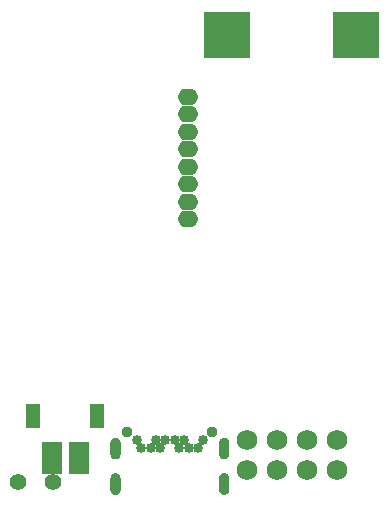
<source format=gbs>
G04*
G04 #@! TF.GenerationSoftware,Altium Limited,Altium Designer,19.1.5 (86)*
G04*
G04 Layer_Color=16711935*
%FSLAX25Y25*%
%MOIN*%
G70*
G01*
G75*
%ADD77C,0.03753*%
%ADD78C,0.03162*%
%ADD79C,0.03359*%
%ADD80C,0.05524*%
%ADD81C,0.06800*%
%ADD98R,0.06706X0.10642*%
%ADD99R,0.05131X0.08280*%
%ADD100O,0.06706X0.05524*%
%ADD101R,0.15800X0.15800*%
G36*
X46567Y5024D02*
Y8961D01*
Y9004D01*
X46571Y9092D01*
X46581Y9179D01*
X46594Y9266D01*
X46613Y9351D01*
X46635Y9436D01*
X46662Y9519D01*
X46694Y9601D01*
X46729Y9681D01*
X46769Y9759D01*
X46813Y9835D01*
X46861Y9909D01*
X46912Y9980D01*
X46967Y10048D01*
X47026Y10113D01*
X47088Y10175D01*
X47153Y10233D01*
X47221Y10289D01*
X47292Y10340D01*
X47366Y10388D01*
X47442Y10432D01*
X47520Y10471D01*
X47600Y10507D01*
X47681Y10538D01*
X47765Y10565D01*
X47849Y10588D01*
X47935Y10606D01*
X48022Y10620D01*
X48109Y10629D01*
X48196Y10634D01*
X48240D01*
X48284D01*
X48371Y10629D01*
X48459Y10620D01*
X48545Y10606D01*
X48631Y10588D01*
X48716Y10565D01*
X48799Y10538D01*
X48881Y10507D01*
X48961Y10471D01*
X49039Y10432D01*
X49115Y10388D01*
X49188Y10340D01*
X49259Y10289D01*
X49327Y10233D01*
X49392Y10175D01*
X49454Y10113D01*
X49513Y10048D01*
X49568Y9980D01*
X49620Y9909D01*
X49667Y9835D01*
X49711Y9759D01*
X49751Y9681D01*
X49786Y9601D01*
X49818Y9519D01*
X49845Y9436D01*
X49868Y9351D01*
X49886Y9266D01*
X49900Y9179D01*
X49909Y9092D01*
X49913Y9004D01*
Y8961D01*
Y5024D01*
Y4980D01*
X49909Y4892D01*
X49900Y4805D01*
X49886Y4719D01*
X49868Y4633D01*
X49845Y4548D01*
X49818Y4465D01*
X49786Y4383D01*
X49751Y4303D01*
X49711Y4225D01*
X49667Y4149D01*
X49620Y4076D01*
X49568Y4005D01*
X49513Y3937D01*
X49454Y3872D01*
X49392Y3810D01*
X49327Y3751D01*
X49259Y3696D01*
X49188Y3644D01*
X49115Y3596D01*
X49039Y3553D01*
X48961Y3513D01*
X48881Y3477D01*
X48799Y3446D01*
X48716Y3419D01*
X48631Y3396D01*
X48545Y3378D01*
X48459Y3364D01*
X48371Y3355D01*
X48284Y3350D01*
X48240D01*
X48196D01*
X48109Y3355D01*
X48022Y3364D01*
X47935Y3378D01*
X47849Y3396D01*
X47765Y3419D01*
X47681Y3446D01*
X47600Y3477D01*
X47520Y3513D01*
X47442Y3553D01*
X47366Y3596D01*
X47292Y3644D01*
X47221Y3696D01*
X47153Y3751D01*
X47088Y3810D01*
X47026Y3872D01*
X46967Y3937D01*
X46912Y4005D01*
X46861Y4075D01*
X46813Y4149D01*
X46769Y4225D01*
X46729Y4303D01*
X46694Y4383D01*
X46662Y4465D01*
X46635Y4548D01*
X46613Y4633D01*
X46594Y4719D01*
X46581Y4805D01*
X46571Y4892D01*
X46567Y4980D01*
Y5024D01*
D01*
D02*
G37*
G36*
Y16835D02*
Y20772D01*
Y20816D01*
X46571Y20903D01*
X46581Y20990D01*
X46594Y21077D01*
X46613Y21162D01*
X46635Y21247D01*
X46662Y21330D01*
X46694Y21412D01*
X46729Y21492D01*
X46769Y21570D01*
X46813Y21646D01*
X46861Y21720D01*
X46912Y21791D01*
X46967Y21859D01*
X47026Y21924D01*
X47088Y21986D01*
X47153Y22044D01*
X47221Y22100D01*
X47292Y22151D01*
X47366Y22199D01*
X47442Y22243D01*
X47520Y22282D01*
X47600Y22318D01*
X47681Y22349D01*
X47765Y22377D01*
X47849Y22399D01*
X47935Y22417D01*
X48022Y22431D01*
X48109Y22440D01*
X48196Y22445D01*
X48240D01*
X48284D01*
X48371Y22440D01*
X48459Y22431D01*
X48545Y22417D01*
X48631Y22399D01*
X48716Y22377D01*
X48799Y22349D01*
X48881Y22318D01*
X48961Y22282D01*
X49039Y22243D01*
X49115Y22199D01*
X49188Y22151D01*
X49259Y22100D01*
X49327Y22044D01*
X49392Y21986D01*
X49454Y21924D01*
X49513Y21859D01*
X49568Y21791D01*
X49620Y21720D01*
X49667Y21646D01*
X49711Y21570D01*
X49751Y21492D01*
X49786Y21412D01*
X49818Y21330D01*
X49845Y21247D01*
X49868Y21162D01*
X49886Y21077D01*
X49900Y20990D01*
X49909Y20903D01*
X49913Y20816D01*
Y20772D01*
Y16835D01*
Y16791D01*
X49909Y16703D01*
X49900Y16616D01*
X49886Y16530D01*
X49868Y16444D01*
X49845Y16359D01*
X49818Y16276D01*
X49786Y16194D01*
X49751Y16114D01*
X49711Y16036D01*
X49667Y15960D01*
X49620Y15887D01*
X49568Y15816D01*
X49513Y15748D01*
X49454Y15683D01*
X49392Y15620D01*
X49327Y15562D01*
X49259Y15507D01*
X49188Y15455D01*
X49115Y15407D01*
X49039Y15364D01*
X48961Y15324D01*
X48881Y15288D01*
X48799Y15257D01*
X48716Y15230D01*
X48631Y15207D01*
X48545Y15189D01*
X48459Y15175D01*
X48371Y15166D01*
X48284Y15161D01*
X48240D01*
X48196D01*
X48109Y15166D01*
X48022Y15175D01*
X47935Y15189D01*
X47849Y15207D01*
X47765Y15230D01*
X47681Y15257D01*
X47600Y15288D01*
X47520Y15324D01*
X47442Y15364D01*
X47366Y15407D01*
X47292Y15455D01*
X47221Y15507D01*
X47153Y15562D01*
X47088Y15620D01*
X47026Y15683D01*
X46967Y15748D01*
X46912Y15816D01*
X46861Y15887D01*
X46813Y15960D01*
X46769Y16036D01*
X46729Y16114D01*
X46694Y16194D01*
X46662Y16276D01*
X46635Y16359D01*
X46613Y16444D01*
X46594Y16530D01*
X46581Y16616D01*
X46571Y16703D01*
X46567Y16791D01*
Y16835D01*
D01*
D02*
G37*
G36*
X82787Y5024D02*
Y8961D01*
Y9004D01*
X82792Y9092D01*
X82801Y9179D01*
X82815Y9266D01*
X82833Y9351D01*
X82856Y9436D01*
X82883Y9519D01*
X82914Y9601D01*
X82950Y9681D01*
X82990Y9759D01*
X83034Y9835D01*
X83081Y9909D01*
X83133Y9980D01*
X83188Y10048D01*
X83246Y10113D01*
X83309Y10175D01*
X83374Y10233D01*
X83442Y10289D01*
X83513Y10340D01*
X83586Y10388D01*
X83662Y10432D01*
X83740Y10471D01*
X83820Y10507D01*
X83902Y10538D01*
X83985Y10565D01*
X84070Y10588D01*
X84156Y10606D01*
X84242Y10620D01*
X84329Y10629D01*
X84417Y10634D01*
X84461D01*
X84504D01*
X84592Y10629D01*
X84679Y10620D01*
X84766Y10606D01*
X84851Y10588D01*
X84936Y10565D01*
X85019Y10538D01*
X85101Y10507D01*
X85181Y10471D01*
X85259Y10432D01*
X85335Y10388D01*
X85409Y10340D01*
X85480Y10289D01*
X85548Y10233D01*
X85613Y10175D01*
X85675Y10113D01*
X85733Y10048D01*
X85789Y9980D01*
X85840Y9909D01*
X85888Y9835D01*
X85932Y9759D01*
X85971Y9681D01*
X86007Y9601D01*
X86038Y9519D01*
X86066Y9436D01*
X86088Y9351D01*
X86106Y9266D01*
X86120Y9179D01*
X86129Y9092D01*
X86134Y9004D01*
Y8961D01*
Y5024D01*
Y4980D01*
X86129Y4892D01*
X86120Y4805D01*
X86106Y4719D01*
X86088Y4633D01*
X86066Y4548D01*
X86038Y4465D01*
X86007Y4383D01*
X85971Y4303D01*
X85932Y4225D01*
X85888Y4149D01*
X85840Y4076D01*
X85789Y4005D01*
X85733Y3937D01*
X85675Y3872D01*
X85613Y3810D01*
X85548Y3751D01*
X85480Y3696D01*
X85409Y3644D01*
X85335Y3596D01*
X85259Y3553D01*
X85181Y3513D01*
X85101Y3477D01*
X85019Y3446D01*
X84936Y3419D01*
X84851Y3396D01*
X84766Y3378D01*
X84679Y3364D01*
X84592Y3355D01*
X84504Y3350D01*
X84461D01*
X84417D01*
X84329Y3355D01*
X84242Y3364D01*
X84156Y3378D01*
X84070Y3396D01*
X83985Y3419D01*
X83902Y3446D01*
X83820Y3477D01*
X83740Y3513D01*
X83662Y3553D01*
X83586Y3596D01*
X83513Y3644D01*
X83442Y3696D01*
X83374Y3751D01*
X83309Y3810D01*
X83246Y3872D01*
X83188Y3937D01*
X83133Y4005D01*
X83081Y4075D01*
X83034Y4149D01*
X82990Y4225D01*
X82950Y4303D01*
X82914Y4383D01*
X82883Y4465D01*
X82856Y4548D01*
X82833Y4633D01*
X82815Y4719D01*
X82801Y4805D01*
X82792Y4892D01*
X82787Y4980D01*
Y5024D01*
D01*
D02*
G37*
G36*
Y16835D02*
Y20772D01*
Y20816D01*
X82792Y20903D01*
X82801Y20990D01*
X82815Y21077D01*
X82833Y21162D01*
X82856Y21247D01*
X82883Y21330D01*
X82914Y21412D01*
X82950Y21492D01*
X82990Y21570D01*
X83034Y21646D01*
X83081Y21720D01*
X83133Y21791D01*
X83188Y21859D01*
X83246Y21924D01*
X83309Y21986D01*
X83374Y22044D01*
X83442Y22100D01*
X83513Y22151D01*
X83586Y22199D01*
X83662Y22243D01*
X83740Y22282D01*
X83820Y22318D01*
X83902Y22349D01*
X83985Y22377D01*
X84070Y22399D01*
X84156Y22417D01*
X84242Y22431D01*
X84329Y22440D01*
X84417Y22445D01*
X84461D01*
X84504D01*
X84592Y22440D01*
X84679Y22431D01*
X84766Y22417D01*
X84851Y22399D01*
X84936Y22377D01*
X85019Y22349D01*
X85101Y22318D01*
X85181Y22282D01*
X85259Y22243D01*
X85335Y22199D01*
X85409Y22151D01*
X85480Y22100D01*
X85548Y22044D01*
X85613Y21986D01*
X85675Y21924D01*
X85733Y21859D01*
X85789Y21791D01*
X85840Y21720D01*
X85888Y21646D01*
X85932Y21570D01*
X85971Y21492D01*
X86007Y21412D01*
X86038Y21330D01*
X86066Y21247D01*
X86088Y21162D01*
X86106Y21077D01*
X86120Y20990D01*
X86129Y20903D01*
X86134Y20816D01*
Y20772D01*
Y16835D01*
Y16791D01*
X86129Y16703D01*
X86120Y16616D01*
X86106Y16530D01*
X86088Y16444D01*
X86066Y16359D01*
X86038Y16276D01*
X86007Y16194D01*
X85971Y16114D01*
X85932Y16036D01*
X85888Y15960D01*
X85840Y15887D01*
X85789Y15816D01*
X85733Y15748D01*
X85675Y15683D01*
X85613Y15620D01*
X85548Y15562D01*
X85480Y15507D01*
X85409Y15455D01*
X85335Y15407D01*
X85259Y15364D01*
X85181Y15324D01*
X85101Y15288D01*
X85019Y15257D01*
X84936Y15230D01*
X84851Y15207D01*
X84766Y15189D01*
X84679Y15175D01*
X84592Y15166D01*
X84504Y15161D01*
X84461D01*
X84417D01*
X84329Y15166D01*
X84242Y15175D01*
X84156Y15189D01*
X84070Y15207D01*
X83985Y15230D01*
X83902Y15257D01*
X83820Y15288D01*
X83740Y15324D01*
X83662Y15364D01*
X83586Y15407D01*
X83513Y15455D01*
X83442Y15507D01*
X83374Y15562D01*
X83309Y15620D01*
X83246Y15683D01*
X83188Y15748D01*
X83133Y15816D01*
X83081Y15887D01*
X83034Y15960D01*
X82990Y16036D01*
X82950Y16114D01*
X82914Y16194D01*
X82883Y16276D01*
X82856Y16359D01*
X82833Y16444D01*
X82815Y16530D01*
X82801Y16616D01*
X82792Y16703D01*
X82787Y16791D01*
Y16835D01*
D01*
D02*
G37*
D77*
X80524Y24315D02*
D03*
X52177D02*
D03*
D78*
X84461Y18803D02*
D03*
Y6992D02*
D03*
X48240Y18803D02*
D03*
Y6992D02*
D03*
D79*
X77374Y21756D02*
D03*
X75799Y19000D02*
D03*
X72650D02*
D03*
X71075Y21756D02*
D03*
X69500Y19000D02*
D03*
X67925Y21756D02*
D03*
X64776D02*
D03*
X63201Y19000D02*
D03*
X61626Y21756D02*
D03*
X55327D02*
D03*
X60051Y19000D02*
D03*
X56902D02*
D03*
D80*
X27406Y7500D02*
D03*
X15595D02*
D03*
D81*
X122000Y11665D02*
D03*
X112000D02*
D03*
X102000D02*
D03*
X92000D02*
D03*
Y21665D02*
D03*
X102000D02*
D03*
X112000D02*
D03*
X122000D02*
D03*
D98*
X26972Y15535D02*
D03*
X36028D02*
D03*
D99*
X20870Y29709D02*
D03*
X42130D02*
D03*
D100*
X72500Y124371D02*
D03*
Y118557D02*
D03*
Y130186D02*
D03*
Y136000D02*
D03*
Y112743D02*
D03*
Y106929D02*
D03*
Y101114D02*
D03*
Y95300D02*
D03*
D101*
X85500Y156500D02*
D03*
X128500D02*
D03*
M02*

</source>
